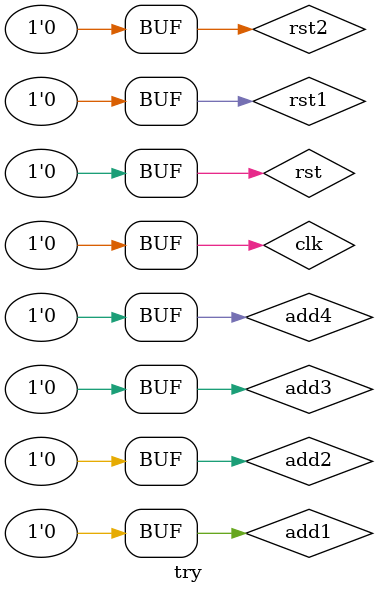
<source format=v>
`timescale 1ms / 10ps


module try;

	// Inputs
	reg add1;
	reg add2;
	reg add3;
	reg add4;
	reg rst1;
	reg rst2;
	reg clk;
	reg rst;

	// Outputs
	wire [3:0] val1;
	wire [3:0] val2;
	wire [3:0] val3;
	wire [3:0] val4;
	wire a1, a2, a3, a4;
	wire [7:0] led_seg;

	// Instantiate the Unit Under Test (UUT)
	parking_meter uut (
		.add1(add1), 
		.add2(add2), 
		.add3(add3), 
		.add4(add4), 
		.rst1(rst1), 
		.rst2(rst2), 
		.clk(clk), 
		.rst(rst), 
		.led_seg(led_seg), 
		.val1(val1), 
		.val2(val2), 
		.val3(val3), 
		.val4(val4),
		.a1(a1),
		.a2(a2),
		.a3(a3),
		.a4(a4)
	);

	initial begin
		// Initialize Inputs
		add1 = 0;
		add2 = 0;
		add3 = 0;
		add4 = 0;
		rst1 = 0;
		rst2 = 0;
		clk = 0;
		rst = 0;
		//seconds = 0;
		//clk_1hz = 0;

		// Wait 100 ns for global reset to finish
		
		#100;
        
		// Add stimulus here
		rst = 1;
		repeat (150) #5 clk = ~clk;
		rst = 0;
		repeat (2) #5 clk = ~clk;
		
		rst1 = 1;
		repeat (2) #5 clk = ~clk;
		rst1 = 0;
		repeat(4000) #5 clk = ~clk;
		add4 = 1;
		repeat (2) #5 clk = ~clk;
		add4 = 0;
		
		repeat (2) #5 clk = ~clk;
		add4 = 1;
		repeat (2) #5 clk = ~clk;
		add4 = 0;
		repeat (2) #5 clk = ~clk;
		add4 = 1;
		repeat (2) #5 clk = ~clk;
		add4 = 0;
		repeat (2) #5 clk = ~clk;
		add4 = 1;
		repeat (2) #5 clk = ~clk;
		add4 = 0;
		repeat (2) #5 clk = ~clk;
		add4 = 1;
		repeat (2) #5 clk = ~clk;
		add4 = 0;
		repeat (2) #5 clk = ~clk;
		add4 = 1;
		repeat (2) #5 clk = ~clk;
		add4 = 0;
		repeat (2) #5 clk = ~clk;
		add4 = 1;
		repeat (2) #5 clk = ~clk;
		add4 = 0;
		repeat (2) #5 clk = ~clk;
		add4 = 1;
		repeat (2) #5 clk = ~clk;
		add4 = 0;
		repeat (2) #5 clk = ~clk;
		add4 = 1;
		repeat (2) #5 clk = ~clk;
		add4 = 0;
		repeat (2) #5 clk = ~clk;
		add4 = 1;
		repeat (2) #5 clk = ~clk;
		add4 = 0;
		repeat (2) #5 clk = ~clk;
		add4 = 1;
		repeat (2) #5 clk = ~clk;
		add4 = 0;
		repeat (2) #5 clk = ~clk;
		add4 = 1;
		repeat (2) #5 clk = ~clk;
		add4 = 0;
		repeat (2) #5 clk = ~clk;
		add4 = 1;
		repeat (2) #5 clk = ~clk;
		add4 = 0;
		repeat (2) #5 clk = ~clk;
		add4 = 1;
		repeat (2) #5 clk = ~clk;
		add4 = 0;
		repeat (2) #5 clk = ~clk;
		add4 = 1;
		repeat (2) #5 clk = ~clk;
		add4 = 0;
		repeat (2) #5 clk = ~clk;
		add4 = 1;
		repeat (2) #5 clk = ~clk;
		add4 = 0;
		repeat (2) #5 clk = ~clk;
		add4 = 1;
		repeat (2) #5 clk = ~clk;
		add4 = 0;
		repeat (2) #5 clk = ~clk;
		add4 = 1;
		repeat (2) #5 clk = ~clk;
		add4 = 0;
		repeat (2) #5 clk = ~clk;
		add4 = 1;
		repeat (2) #5 clk = ~clk;
		add4 = 0;
		repeat (2) #5 clk = ~clk;
		add4 = 1;
		repeat (2) #5 clk = ~clk;
		add4 = 0;
		repeat (2) #5 clk = ~clk;
		add4 = 1;
		repeat (2) #5 clk = ~clk;
		add4 = 0;
		repeat (2) #5 clk = ~clk;
		add4 = 1;
		repeat (2) #5 clk = ~clk;
		add4 = 0;
		repeat (2) #5 clk = ~clk;
		add4 = 1;
		repeat (2) #5 clk = ~clk;
		add4 = 0;
		repeat (2) #5 clk = ~clk;
		add4 = 1;
		repeat (2) #5 clk = ~clk;
		add4 = 0;
		repeat (2) #5 clk = ~clk;
		add4 = 1;
		repeat (2) #5 clk = ~clk;
		add4 = 0;
		repeat (2) #5 clk = ~clk;
		add4 = 1;
		repeat (2) #5 clk = ~clk;
		add4 = 0;
		repeat (2) #5 clk = ~clk;
		add4 = 1;
		repeat (2) #5 clk = ~clk;
		add4 = 0;
		repeat (2) #5 clk = ~clk;
		add4 = 1;
		repeat (2) #5 clk = ~clk;
		add4 = 0;
		repeat (2) #5 clk = ~clk;
		add4 = 1;
		repeat (2) #5 clk = ~clk;
		add4 = 0;
		repeat (2) #5 clk = ~clk;
		add4 = 1;
		repeat (2) #5 clk = ~clk;
		add4 = 0;
		repeat (2) #5 clk = ~clk;
		add4 = 1;
		repeat (2) #5 clk = ~clk;
		add4 = 0;
		repeat (2) #5 clk = ~clk;
		add4 = 1;
		repeat (2) #5 clk = ~clk;
		add4 = 0;
		repeat (2) #5 clk = ~clk;
		add4 = 1;
		repeat (2) #5 clk = ~clk;
		add4 = 0;
		repeat (2) #5 clk = ~clk;
		add4 = 1;
		repeat (2) #5 clk = ~clk;
		add4 = 0;
		repeat (2) #5 clk = ~clk;
		add4 = 1;
		repeat (2) #5 clk = ~clk;
		add4 = 0;
		repeat (2) #5 clk = ~clk;
		add4 = 1;
		repeat (2) #5 clk = ~clk;
		add4 = 0;
		repeat (2) #5 clk = ~clk;
		add4 = 1;
		repeat (2) #5 clk = ~clk;
		add4 = 0;
		repeat (2) #5 clk = ~clk;
		add4 = 1;
		repeat (2) #5 clk = ~clk;
		add4 = 0;
		repeat (2) #5 clk = ~clk;
		add4 = 1;
		repeat (2) #5 clk = ~clk;
		add4 = 0;
		repeat (2) #5 clk = ~clk;
		add4 = 1;
		repeat (2) #5 clk = ~clk;
		add4 = 0;
		repeat (2) #5 clk = ~clk;
		add4 = 1;
		repeat (2) #5 clk = ~clk;
		add4 = 0;
		
		
		repeat (10000) #5 clk = ~clk;

	end
      
endmodule


</source>
